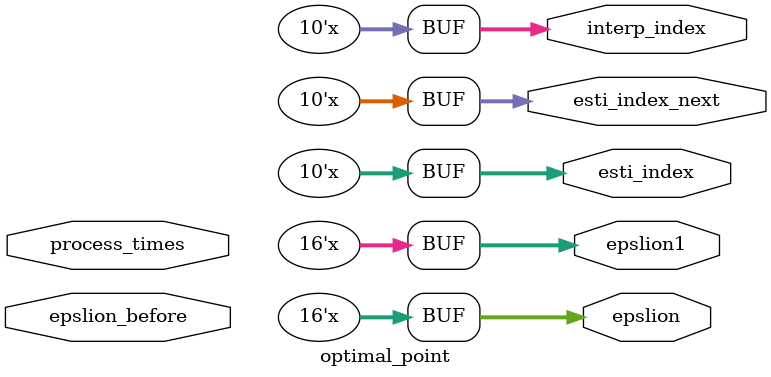
<source format=v>
`timescale 1ns / 1ps


module optimal_point    #(parameter  segment_sample=1024) (
        output reg [15:0]epslion,    ///
       input wire [15:0]epslion_before,//epslion(n-1)
        input wire [19:0] process_times,
        
          output reg  [9:0]esti_index,
         output reg[9:0] esti_index_next,
       output reg [9:0]interp_index,
          output reg [15:0]epslion1
    );
    always @*begin  
            
                if(epslion>16384)
                                        if ((process_times>10)&&(epslion>=24576)&&(epslion_before<=-8192))
                                            begin
                                               interp_index=esti_index-4;
                                               esti_index=esti_index-1;
                                               esti_index_next=esti_index+segment_sample-1;
                                               epslion1=epslion-16384;
                                               epslion=(-32767-epslion)-16384;
                                            end
                                        else
                                             begin
                                              interp_index=esti_index;
                                              esti_index=esti_index;
                                              esti_index_next=esti_index+segment_sample+1;
                                                epslion1=epslion-16384;
                                            
                                        end
              else
                  begin
                      ////write 3456blocks here;
             
             
             
              end
      
      
      end
endmodule

</source>
